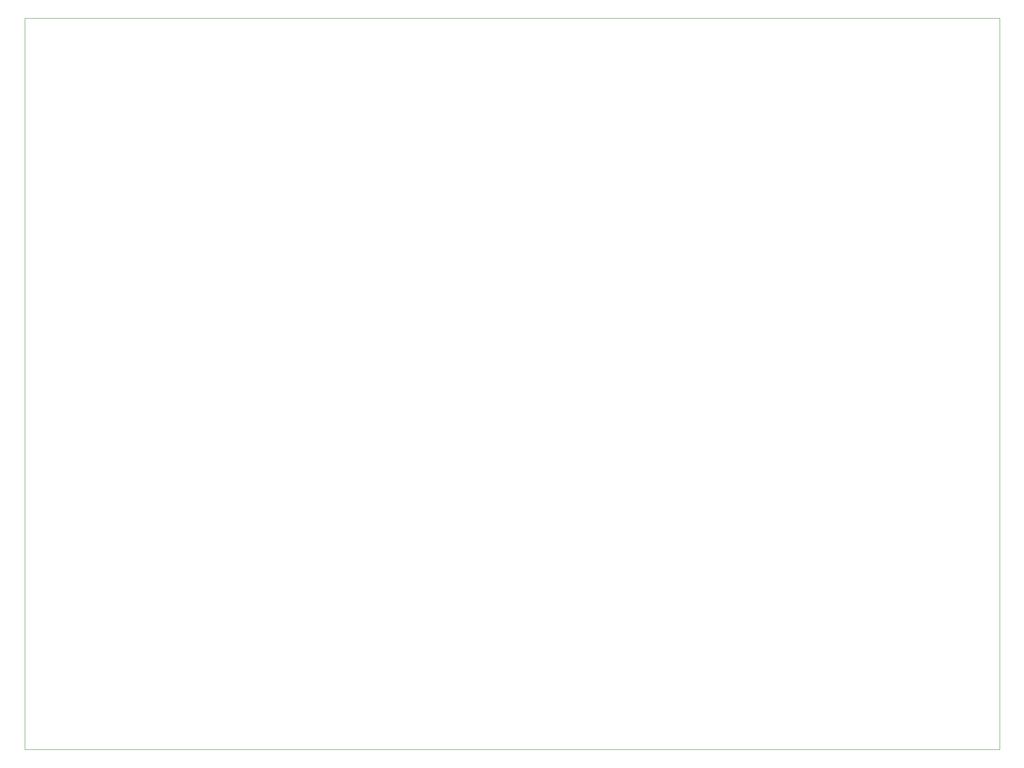
<source format=gbr>
G04 #@! TF.GenerationSoftware,KiCad,Pcbnew,7.0.2*
G04 #@! TF.CreationDate,2023-07-03T12:29:34+09:00*
G04 #@! TF.ProjectId,undercarriage_system,756e6465-7263-4617-9272-696167655f73,rev?*
G04 #@! TF.SameCoordinates,Original*
G04 #@! TF.FileFunction,Profile,NP*
%FSLAX46Y46*%
G04 Gerber Fmt 4.6, Leading zero omitted, Abs format (unit mm)*
G04 Created by KiCad (PCBNEW 7.0.2) date 2023-07-03 12:29:34*
%MOMM*%
%LPD*%
G01*
G04 APERTURE LIST*
G04 #@! TA.AperFunction,Profile*
%ADD10C,0.100000*%
G04 #@! TD*
G04 APERTURE END LIST*
D10*
X17780000Y-15240000D02*
X217780000Y-15240000D01*
X217780000Y-165240000D01*
X17780000Y-165240000D01*
X17780000Y-15240000D01*
M02*

</source>
